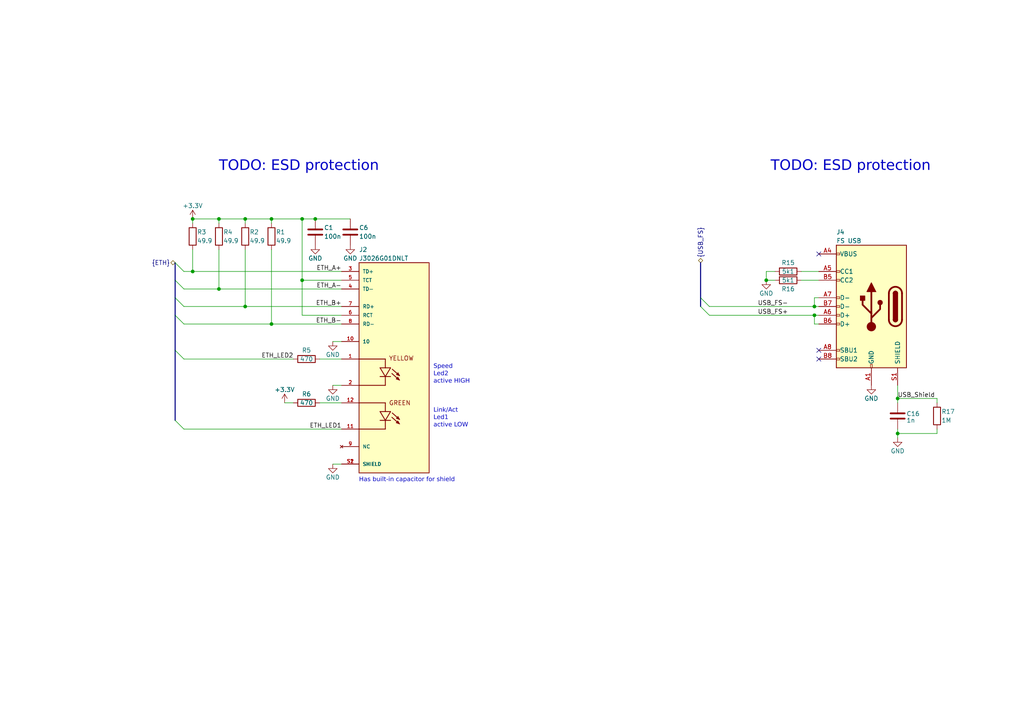
<source format=kicad_sch>
(kicad_sch (version 20230121) (generator eeschema)
  (paper "A4")
  (lib_symbols
    (symbol "Connector:USB_C_Receptacle_USB2.0" (pin_names (offset 1.016))
      (property "Reference" "J" (at -10.16 19.05 0))
      (property "Value" "USB_C_Receptacle_USB2.0" (at 19.05 19.05 0))
      (symbol "USB_C_Receptacle_USB2.0_0_0"
        (rectangle (start -0.254 -17.78) (end 0.254 -16.764))
        (rectangle (start 10.16 -14.986) (end 9.144 -15.494))
        (rectangle (start 10.16 -12.446) (end 9.144 -12.954))
        (rectangle (start 10.16 -4.826) (end 9.144 -5.334))
        (rectangle (start 10.16 -2.286) (end 9.144 -2.794))
        (rectangle (start 10.16 0.254) (end 9.144 -0.254))
        (rectangle (start 10.16 2.794) (end 9.144 2.286))
        (rectangle (start 10.16 7.874) (end 9.144 7.366))
        (rectangle (start 10.16 10.414) (end 9.144 9.906))
        (rectangle (start 10.16 15.494) (end 9.144 14.986))
      )
      (symbol "USB_C_Receptacle_USB2.0_0_1"
        (rectangle (start -10.16 17.78) (end 10.16 -17.78) (stroke (width 0.254)) (fill (type background)))
        (arc (start -8.89 -3.81) (mid -6.985 -5.7067) (end -5.08 -3.81) (stroke (width 0.508)))
        (arc (start -7.62 -3.81) (mid -6.985 -4.4423) (end -6.35 -3.81) (stroke (width 0.254)))
        (arc (start -7.62 -3.81) (mid -6.985 -4.4423) (end -6.35 -3.81) (stroke (width 0.254)) (fill (type outline)))
        (rectangle (start -7.62 -3.81) (end -6.35 3.81) (stroke (width 0.254)) (fill (type outline)))
        (arc (start -6.35 3.81) (mid -6.985 4.4423) (end -7.62 3.81) (stroke (width 0.254)))
        (arc (start -6.35 3.81) (mid -6.985 4.4423) (end -7.62 3.81) (stroke (width 0.254)) (fill (type outline)))
        (arc (start -5.08 3.81) (mid -6.985 5.7067) (end -8.89 3.81) (stroke (width 0.508)))
        (circle (center -2.54 1.143) (radius 0.635) (stroke (width 0.254)) (fill (type outline)))
        (circle (center 0 -5.842) (radius 1.27) (fill (type outline)))
        (polyline (pts (xy -8.89 -3.81) (xy -8.89 3.81)) (stroke (width 0.508)))
        (polyline (pts (xy -5.08 3.81) (xy -5.08 -3.81)) (stroke (width 0.508)))
        (polyline (pts (xy 0 -5.842) (xy 0 4.318)) (stroke (width 0.508)))
        (polyline (pts (xy 0 -3.302) (xy -2.54 -0.762) (xy -2.54 0.508)) (stroke (width 0.508)))
        (polyline (pts (xy 0 -2.032) (xy 2.54 0.508) (xy 2.54 1.778)) (stroke (width 0.508)))
        (polyline (pts (xy -1.27 4.318) (xy 0 6.858) (xy 1.27 4.318) (xy -1.27 4.318)) (stroke (width 0.254)) (fill (type outline)))
        (rectangle (start 1.905 1.778) (end 3.175 3.048) (stroke (width 0.254)) (fill (type outline)))
      )
      (symbol "USB_C_Receptacle_USB2.0_1_1"
        (pin passive line (at 0 -22.86 90) (length 5.08) (name "GND") (number "A1"))
        (pin passive line (at 0 -22.86 90) (length 5.08) hide (name "GND") (number "A12"))
        (pin passive line (at 15.24 15.24 180) (length 5.08) (name "VBUS") (number "A4"))
        (pin bidirectional line (at 15.24 10.16 180) (length 5.08) (name "CC1") (number "A5"))
        (pin bidirectional line (at 15.24 -2.54 180) (length 5.08) (name "D+") (number "A6"))
        (pin bidirectional line (at 15.24 2.54 180) (length 5.08) (name "D-") (number "A7"))
        (pin bidirectional line (at 15.24 -12.7 180) (length 5.08) (name "SBU1") (number "A8"))
        (pin passive line (at 15.24 15.24 180) (length 5.08) hide (name "VBUS") (number "A9"))
        (pin passive line (at 0 -22.86 90) (length 5.08) hide (name "GND") (number "B1"))
        (pin passive line (at 0 -22.86 90) (length 5.08) hide (name "GND") (number "B12"))
        (pin passive line (at 15.24 15.24 180) (length 5.08) hide (name "VBUS") (number "B4"))
        (pin bidirectional line (at 15.24 7.62 180) (length 5.08) (name "CC2") (number "B5"))
        (pin bidirectional line (at 15.24 -5.08 180) (length 5.08) (name "D+") (number "B6"))
        (pin bidirectional line (at 15.24 0 180) (length 5.08) (name "D-") (number "B7"))
        (pin bidirectional line (at 15.24 -15.24 180) (length 5.08) (name "SBU2") (number "B8"))
        (pin passive line (at 15.24 15.24 180) (length 5.08) hide (name "VBUS") (number "B9"))
        (pin passive line (at -7.62 -22.86 90) (length 5.08) (name "SHIELD") (number "S1"))
      )
    )
    (symbol "Device:C" (pin_numbers hide) (pin_names (offset 0.254))
      (property "Reference" "C" (at 0.635 2.54 0))
      (property "Value" "C" (at 0.635 -2.54 0))
      (symbol "C_0_1"
        (polyline (pts (xy -2.032 -0.762) (xy 2.032 -0.762)) (stroke (width 0.508)))
        (polyline (pts (xy -2.032 0.762) (xy 2.032 0.762)) (stroke (width 0.508)))
      )
      (symbol "C_1_1"
        (pin passive line (at 0 3.81 270) (length 2.794) (name "~") (number "1"))
        (pin passive line (at 0 -3.81 90) (length 2.794) (name "~") (number "2"))
      )
    )
    (symbol "Device:R" (pin_numbers hide) (pin_names (offset 0))
      (property "Reference" "R" (at 2.032 0 90))
      (property "Value" "R" (at 0 0 90))
      (symbol "R_0_1"
        (rectangle (start -1.016 -2.54) (end 1.016 2.54) (stroke (width 0.254)))
      )
      (symbol "R_1_1"
        (pin passive line (at 0 3.81 270) (length 1.27) (name "~") (number "1"))
        (pin passive line (at 0 -3.81 90) (length 1.27) (name "~") (number "2"))
      )
    )
    (symbol "J3026G01DNLT:J3026G01DNLT" (pin_names (offset 1.016))
      (property "Reference" "J" (at -10.16 31.242 0))
      (property "Value" "J3026G01DNLT" (at -10.16 -33.02 0))
      (symbol "J3026G01DNLT_0_0"
        (rectangle (start -10.16 -30.48) (end 10.16 30.48) (stroke (width 0.254)) (fill (type background)))
        (polyline (pts (xy -10.16 -17.78) (xy -2.54 -17.78)) (stroke (width 0.254)))
        (polyline (pts (xy -10.16 -10.16) (xy -2.54 -10.16)) (stroke (width 0.254)))
        (polyline (pts (xy -10.16 -5.08) (xy -2.54 -5.08)) (stroke (width 0.254)))
        (polyline (pts (xy -4.064 -12.7) (xy -2.54 -15.24)) (stroke (width 0.254)))
        (polyline (pts (xy -4.064 0) (xy -2.54 -2.54)) (stroke (width 0.254)))
        (polyline (pts (xy -2.54 -15.24) (xy -4.064 -15.24)) (stroke (width 0.254)))
        (polyline (pts (xy -2.54 -15.24) (xy -2.54 -17.78)) (stroke (width 0.254)))
        (polyline (pts (xy -2.54 -15.24) (xy -1.016 -12.7)) (stroke (width 0.254)))
        (polyline (pts (xy -2.54 -12.7) (xy -4.064 -12.7)) (stroke (width 0.254)))
        (polyline (pts (xy -2.54 -10.16) (xy -2.54 -12.7)) (stroke (width 0.254)))
        (polyline (pts (xy -2.54 -2.54) (xy -4.064 -2.54)) (stroke (width 0.254)))
        (polyline (pts (xy -2.54 -2.54) (xy -2.54 -5.08)) (stroke (width 0.254)))
        (polyline (pts (xy -2.54 -2.54) (xy -1.016 0)) (stroke (width 0.254)))
        (polyline (pts (xy -2.54 0) (xy -4.064 0)) (stroke (width 0.254)))
        (polyline (pts (xy -2.54 2.54) (xy -10.16 2.54)) (stroke (width 0.254)))
        (polyline (pts (xy -2.54 2.54) (xy -2.54 0)) (stroke (width 0.254)))
        (polyline (pts (xy -1.016 -15.24) (xy -2.54 -15.24)) (stroke (width 0.254)))
        (polyline (pts (xy -1.016 -12.7) (xy -2.54 -12.7)) (stroke (width 0.254)))
        (polyline (pts (xy -1.016 -2.54) (xy -2.54 -2.54)) (stroke (width 0.254)))
        (polyline (pts (xy -1.016 0) (xy -2.54 0)) (stroke (width 0.254)))
        (polyline (pts (xy 1.397 -16.129) (xy -0.635 -14.351)) (stroke (width 0.254)))
        (polyline (pts (xy 1.397 -3.429) (xy -0.635 -1.651)) (stroke (width 0.254)))
        (polyline (pts (xy 1.4986 -14.8844) (xy -0.5334 -13.1064)) (stroke (width 0.254)))
        (polyline (pts (xy 1.4986 -2.1844) (xy -0.5334 -0.4064)) (stroke (width 0.254)))
        (polyline (pts (xy 1.0795 -15.367) (xy 0.5715 -15.9385) (xy 1.651 -16.3195) (xy 1.0795 -15.367)) (stroke (width 0.1524)) (fill (type outline)))
        (polyline (pts (xy 1.0795 -2.667) (xy 0.5715 -3.2385) (xy 1.651 -3.6195) (xy 1.0795 -2.667)) (stroke (width 0.1524)) (fill (type outline)))
        (polyline (pts (xy 1.143 -14.097) (xy 0.635 -14.6685) (xy 1.651 -15.0495) (xy 1.143 -14.097)) (stroke (width 0.1524)) (fill (type outline)))
        (polyline (pts (xy 1.143 -1.397) (xy 0.635 -1.9685) (xy 1.651 -2.3495) (xy 1.143 -1.397)) (stroke (width 0.1524)) (fill (type outline)))
        (text "GREEN" (at -1.524 -10.922 0) (effects (font (size 1.27 1.27)) (justify left bottom)))
        (text "YELLOW" (at -1.524 2.032 0) (effects (font (size 1.27 1.27)) (justify left bottom)))
        (pin passive line (at -15.24 2.54 0) (length 5.08) (name "~") (number "1"))
        (pin passive line (at -15.24 7.62 0) (length 5.08) (name "10") (number "10"))
        (pin passive line (at -15.24 -17.78 0) (length 5.08) (name "~") (number "11"))
        (pin passive line (at -15.24 -10.16 0) (length 5.08) (name "~") (number "12"))
        (pin passive line (at -15.24 -5.08 0) (length 5.08) (name "~") (number "2"))
        (pin passive line (at -15.24 27.94 0) (length 5.08) (name "TD+") (number "3"))
        (pin passive line (at -15.24 22.86 0) (length 5.08) (name "TD-") (number "4"))
        (pin passive line (at -15.24 25.4 0) (length 5.08) (name "TCT") (number "5"))
        (pin passive line (at -15.24 15.24 0) (length 5.08) (name "RCT") (number "6"))
        (pin passive line (at -15.24 17.78 0) (length 5.08) (name "RD+") (number "7"))
        (pin passive line (at -15.24 12.7 0) (length 5.08) (name "RD-") (number "8"))
        (pin no_connect line (at -15.24 -22.86 0) (length 5.08) (name "NC") (number "9"))
        (pin passive line (at -15.24 -27.94 0) (length 5.08) (name "SHIELD") (number "S1"))
        (pin passive line (at -15.24 -27.94 0) (length 5.08) (name "SHIELD") (number "S2"))
      )
    )
    (symbol "power:+3.3V" (power) (pin_names (offset 0))
      (property "Value" "+3.3V" (at 0 3.556 0))
      (symbol "+3.3V_0_1"
        (polyline (pts (xy -0.762 1.27) (xy 0 2.54)))
        (polyline (pts (xy 0 0) (xy 0 2.54)))
        (polyline (pts (xy 0 2.54) (xy 0.762 1.27)))
      )
      (symbol "+3.3V_1_1"
        (pin power_in line (at 0 0 90) (length 0) hide (name "+3.3V") (number "1"))
      )
    )
    (symbol "power:GND" (power) (pin_names (offset 0))
      (property "Value" "GND" (at 0 -3.81 0))
      (symbol "GND_0_1"
        (polyline (pts (xy 0 0) (xy 0 -1.27) (xy 1.27 -1.27) (xy 0 -2.54) (xy -1.27 -1.27) (xy 0 -1.27)))
      )
      (symbol "GND_1_1"
        (pin power_in line (at 0 0 270) (length 0) hide (name "GND") (number "1"))
      )
    )
  )
  (junction (at 55.88 63.5))
  (junction (at 236.22 88.9))
  (junction (at 71.12 88.9))
  (junction (at 236.22 91.44))
  (junction (at 55.88 78.74))
  (junction (at 71.12 63.5))
  (junction (at 91.44 63.5))
  (junction (at 87.63 63.5))
  (junction (at 78.74 93.98))
  (junction (at 63.5 83.82))
  (junction (at 63.5 63.5))
  (junction (at 87.63 81.28))
  (junction (at 260.35 125.73))
  (junction (at 222.25 81.28))
  (junction (at 78.74 63.5))
  (junction (at 260.35 115.57))
  (no_connect (at 237.49 104.14))
  (no_connect (at 237.49 73.66))
  (no_connect (at 237.49 101.6))
  (bus_entry (at 50.8 76.2) (size 2.54 2.54))
  (bus_entry (at 50.8 121.92) (size 2.54 2.54))
  (bus_entry (at 50.8 81.28) (size 2.54 2.54))
  (bus_entry (at 50.8 86.36) (size 2.54 2.54))
  (bus_entry (at 50.8 91.44) (size 2.54 2.54))
  (bus_entry (at 203.2 88.9) (size 2.54 2.54))
  (bus_entry (at 203.2 86.36) (size 2.54 2.54))
  (bus_entry (at 50.8 101.6) (size 2.54 2.54))
  (wire (pts (xy 232.41 81.28) (xy 237.49 81.28)))
  (wire (pts (xy 53.34 93.98) (xy 78.74 93.98)))
  (wire (pts (xy 55.88 64.77) (xy 55.88 63.5)))
  (wire (pts (xy 205.74 91.44) (xy 236.22 91.44)))
  (wire (pts (xy 71.12 63.5) (xy 71.12 64.77)))
  (wire (pts (xy 96.52 99.06) (xy 99.06 99.06)))
  (bus (pts (xy 203.2 86.36) (xy 203.2 88.9)))
  (wire (pts (xy 55.88 78.74) (xy 99.06 78.74)))
  (wire (pts (xy 91.44 63.5) (xy 101.6 63.5)))
  (wire (pts (xy 53.34 124.46) (xy 99.06 124.46)))
  (bus (pts (xy 50.8 86.36) (xy 50.8 91.44)))
  (wire (pts (xy 53.34 83.82) (xy 63.5 83.82)))
  (wire (pts (xy 55.88 72.39) (xy 55.88 78.74)))
  (wire (pts (xy 71.12 88.9) (xy 99.06 88.9)))
  (wire (pts (xy 237.49 86.36) (xy 236.22 86.36)))
  (wire (pts (xy 92.71 116.84) (xy 99.06 116.84)))
  (wire (pts (xy 63.5 63.5) (xy 63.5 64.77)))
  (wire (pts (xy 53.34 88.9) (xy 71.12 88.9)))
  (bus (pts (xy 50.8 81.28) (xy 50.8 86.36)))
  (wire (pts (xy 87.63 81.28) (xy 87.63 63.5)))
  (wire (pts (xy 71.12 63.5) (xy 78.74 63.5)))
  (wire (pts (xy 237.49 93.98) (xy 236.22 93.98)))
  (wire (pts (xy 260.35 125.73) (xy 260.35 127)))
  (wire (pts (xy 87.63 63.5) (xy 78.74 63.5)))
  (wire (pts (xy 87.63 81.28) (xy 99.06 81.28)))
  (wire (pts (xy 271.78 116.84) (xy 271.78 115.57)))
  (wire (pts (xy 53.34 78.74) (xy 55.88 78.74)))
  (wire (pts (xy 222.25 78.74) (xy 222.25 81.28)))
  (wire (pts (xy 63.5 83.82) (xy 99.06 83.82)))
  (wire (pts (xy 96.52 134.62) (xy 99.06 134.62)))
  (wire (pts (xy 82.55 116.84) (xy 85.09 116.84)))
  (wire (pts (xy 271.78 115.57) (xy 260.35 115.57)))
  (wire (pts (xy 71.12 72.39) (xy 71.12 88.9)))
  (bus (pts (xy 50.8 91.44) (xy 50.8 101.6)))
  (wire (pts (xy 236.22 93.98) (xy 236.22 91.44)))
  (wire (pts (xy 260.35 125.73) (xy 271.78 125.73)))
  (wire (pts (xy 87.63 91.44) (xy 99.06 91.44)))
  (wire (pts (xy 224.79 78.74) (xy 222.25 78.74)))
  (wire (pts (xy 87.63 63.5) (xy 91.44 63.5)))
  (wire (pts (xy 78.74 72.39) (xy 78.74 93.98)))
  (wire (pts (xy 78.74 63.5) (xy 78.74 64.77)))
  (wire (pts (xy 271.78 124.46) (xy 271.78 125.73)))
  (wire (pts (xy 78.74 93.98) (xy 99.06 93.98)))
  (wire (pts (xy 92.71 104.14) (xy 99.06 104.14)))
  (wire (pts (xy 55.88 63.5) (xy 63.5 63.5)))
  (bus (pts (xy 50.8 101.6) (xy 50.8 121.92)))
  (wire (pts (xy 236.22 91.44) (xy 237.49 91.44)))
  (wire (pts (xy 236.22 88.9) (xy 237.49 88.9)))
  (wire (pts (xy 260.35 124.46) (xy 260.35 125.73)))
  (wire (pts (xy 87.63 91.44) (xy 87.63 81.28)))
  (bus (pts (xy 203.2 76.2) (xy 203.2 86.36)))
  (wire (pts (xy 96.52 111.76) (xy 99.06 111.76)))
  (wire (pts (xy 63.5 72.39) (xy 63.5 83.82)))
  (wire (pts (xy 222.25 81.28) (xy 224.79 81.28)))
  (bus (pts (xy 50.8 76.2) (xy 50.8 81.28)))
  (wire (pts (xy 232.41 78.74) (xy 237.49 78.74)))
  (wire (pts (xy 63.5 63.5) (xy 71.12 63.5)))
  (wire (pts (xy 260.35 111.76) (xy 260.35 115.57)))
  (wire (pts (xy 260.35 115.57) (xy 260.35 116.84)))
  (wire (pts (xy 53.34 104.14) (xy 85.09 104.14)))
  (wire (pts (xy 205.74 88.9) (xy 236.22 88.9)))
  (wire (pts (xy 236.22 86.36) (xy 236.22 88.9)))
  (text "Has built-in capacitor for shield" (at 104.14 140.335 0) (effects (font (size 1.27 1.27)) (justify left bottom)))
  (text "TODO: ESD protection" (at 223.52 50.8 0) (effects (font (size 3 3)) (justify left bottom)))
  (text "Speed\nLed2\nactive HIGH" (at 125.73 111.76 0) (effects (font (size 1.27 1.27)) (justify left bottom)))
  (text "TODO: ESD protection" (at 63.5 50.8 0) (effects (font (size 3 3)) (justify left bottom)))
  (text "Link/Act\nLed1\nactive LOW" (at 125.73 124.46 0) (effects (font (size 1.27 1.27)) (justify left bottom)))
  (label "USB_FS-" (at 228.6 88.9 180))
  (label "ETH_LED1" (at 99.06 124.46 180))
  (label "ETH_A+" (at 99.06 78.74 180))
  (label "USB_FS+" (at 228.6 91.44 180))
  (label "ETH_B+" (at 99.06 88.9 180))
  (label "ETH_B-" (at 99.06 93.98 180))
  (label "ETH_LED2" (at 85.09 104.14 180))
  (label "ETH_A-" (at 99.06 83.82 180))
  (label "USB_Shield" (at 260.35 115.57 0))
  (hierarchical_label "{USB_FS}" (shape bidirectional) (at 203.2 76.2 90))
  (hierarchical_label "{ETH}" (shape bidirectional) (at 50.8 76.2 180))
  (symbol (lib_id "Device:R") (at 88.9 116.84 90) (unit 1)
    (property "Reference" "R6" (at 88.9 114.3 90))
    (property "Value" "470" (at 88.9 116.84 90))
    (property "Footprint" "Resistor_SMD:R_0603_1608Metric" (effects hide))
  )
  (symbol (lib_id "power:GND") (at 101.6 71.12 0) (unit 1)
    (property "Reference" "#PWR025" (effects hide))
    (property "Value" "GND" (at 101.6 74.93 0))
  )
  (symbol (lib_id "power:GND") (at 96.52 99.06 0) (unit 1)
    (property "Reference" "#PWR06" (effects hide))
    (property "Value" "GND" (at 96.52 102.87 0))
    (instances (project "radartof-hardware" (path "" (reference "#PWR06") (unit 1)) (path "" (reference "#PWR09") (unit 1))))
  )
  (symbol (lib_id "power:GND") (at 222.25 81.28 0) (unit 1)
    (property "Reference" "#PWR026" (effects hide))
    (property "Value" "GND" (at 222.25 85.09 0))
    (instances (project "radartof-hardware" (path "" (reference "#PWR026") (unit 1)) (path "" (reference "#PWR058") (unit 1))))
  )
  (symbol (lib_id "Device:R") (at 71.12 68.58 0) (unit 1)
    (property "Reference" "R2" (at 72.39 67.31 0) (effects (justify left)))
    (property "Value" "49.9" (at 72.39 69.85 0) (effects (justify left)))
    (property "Footprint" "Resistor_SMD:R_0603_1608Metric" (effects hide))
    (instances (project "radartof-hardware" (path "" (reference "R2") (unit 1)) (path "" (reference "R3") (unit 1))))
  )
  (symbol (lib_id "Device:R") (at 228.6 78.74 90) (unit 1)
    (property "Reference" "R15" (at 228.6 76.2 90))
    (property "Value" "5k1" (at 228.6 78.74 90))
  )
  (symbol (lib_id "Device:R") (at 271.78 120.65 0) (unit 1)
    (property "Reference" "R17" (at 273.05 119.38 0) (effects (justify left)))
    (property "Value" "1M" (at 273.05 121.92 0) (effects (justify left)))
  )
  (symbol (lib_id "power:+3.3V") (at 55.88 63.5 0) (unit 1)
    (property "Reference" "#PWR07" (effects hide))
    (property "Value" "+3.3V" (at 55.88 59.69 0))
    (instances (project "radartof-hardware" (path "" (reference "#PWR07") (unit 1)) (path "" (reference "#PWR06") (unit 1))))
  )
  (symbol (lib_id "Device:R") (at 78.74 68.58 0) (unit 1)
    (property "Reference" "R1" (at 80.01 67.31 0) (effects (justify left)))
    (property "Value" "49.9" (at 80.01 69.85 0) (effects (justify left)))
    (property "Footprint" "Resistor_SMD:R_0603_1608Metric" (effects hide))
    (instances (project "radartof-hardware" (path "" (reference "R1") (unit 1)) (path "" (reference "R4") (unit 1))))
  )
  (symbol (lib_id "power:GND") (at 260.35 127 0) (unit 1)
    (property "Reference" "#PWR026" (effects hide))
    (property "Value" "GND" (at 260.35 130.81 0))
    (instances (project "radartof-hardware" (path "" (reference "#PWR026") (unit 1)) (path "" (reference "#PWR060") (unit 1))))
  )
  (symbol (lib_id "power:+3.3V") (at 82.55 116.84 0) (unit 1)
    (property "Reference" "#PWR010" (effects hide))
    (property "Value" "+3.3V" (at 82.55 113.03 0))
    (instances (project "radartof-hardware" (path "" (reference "#PWR010") (unit 1)) (path "" (reference "#PWR07") (unit 1))))
  )
  (symbol (lib_id "Device:R") (at 63.5 68.58 0) (unit 1)
    (property "Reference" "R4" (at 64.77 67.31 0) (effects (justify left)))
    (property "Value" "49.9" (at 64.77 69.85 0) (effects (justify left)))
    (property "Footprint" "Resistor_SMD:R_0603_1608Metric" (effects hide))
    (instances (project "radartof-hardware" (path "" (reference "R4") (unit 1)) (path "" (reference "R2") (unit 1))))
  )
  (symbol (lib_id "J3026G01DNLT:J3026G01DNLT") (at 114.3 106.68 0) (unit 1)
    (property "Reference" "J2" (at 104.14 72.39 0) (effects (justify left)))
    (property "Value" "J3026G01DNLT" (at 104.14 74.93 0) (effects (justify left)))
    (property "Footprint" "J3026G01DNLT:PE_J3026G01DNLT" (effects hide))
    (property "MANUFACTURER" "Pulse Electronics" (effects hide))
    (property "PARTREV" "J409.O" (effects hide))
    (property "STANDARD" "Manufacturer Recommendations" (effects hide))
    (property "MAXIMUM_PACKAGE_HEIGHT" "13.86 mm" (effects hide))
    (instances (project "radartof-hardware" (path "" (reference "J2") (unit 1)) (path "" (reference "J4") (unit 1))))
  )
  (symbol (lib_id "Device:R") (at 88.9 104.14 90) (unit 1)
    (property "Reference" "R5" (at 88.9 101.6 90))
    (property "Value" "470" (at 88.9 104.14 90))
    (property "Footprint" "Resistor_SMD:R_0603_1608Metric" (effects hide))
  )
  (symbol (lib_id "Device:C") (at 260.35 120.65 0) (unit 1)
    (property "Reference" "C16" (at 262.89 120.015 0) (effects (justify left)))
    (property "Value" "1n" (at 262.89 121.92 0) (effects (justify left)))
  )
  (symbol (lib_id "power:GND") (at 252.73 111.76 0) (unit 1)
    (property "Reference" "#PWR026" (effects hide))
    (property "Value" "GND" (at 252.73 115.57 0))
  )
  (symbol (lib_id "Device:R") (at 55.88 68.58 0) (unit 1)
    (property "Reference" "R3" (at 57.15 67.31 0) (effects (justify left)))
    (property "Value" "49.9" (at 57.15 69.85 0) (effects (justify left)))
    (property "Footprint" "Resistor_SMD:R_0603_1608Metric" (effects hide))
    (instances (project "radartof-hardware" (path "" (reference "R3") (unit 1)) (path "" (reference "R1") (unit 1))))
  )
  (symbol (lib_id "power:GND") (at 96.52 134.62 0) (unit 1)
    (property "Reference" "#PWR011" (effects hide))
    (property "Value" "GND" (at 96.52 138.43 0))
  )
  (symbol (lib_id "Device:C") (at 91.44 67.31 0) (unit 1)
    (property "Reference" "C1" (at 93.98 66.04 0) (effects (justify left)))
    (property "Value" "100n" (at 93.98 68.58 0) (effects (justify left)))
    (property "Footprint" "Capacitor_SMD:C_0603_1608Metric" (effects hide))
  )
  (symbol (lib_id "power:GND") (at 96.52 111.76 0) (unit 1)
    (property "Reference" "#PWR09" (effects hide))
    (property "Value" "GND" (at 96.52 115.57 0))
    (instances (project "radartof-hardware" (path "" (reference "#PWR09") (unit 1)) (path "" (reference "#PWR010") (unit 1))))
  )
  (symbol (lib_id "Connector:USB_C_Receptacle_USB2.0") (at 252.73 88.9 0) (mirror y) (unit 1)
    (property "Reference" "J4" (at 242.57 67.31 0) (effects (justify right)))
    (property "Value" "FS USB" (at 242.57 69.85 0) (effects (justify right)))
    (property "Datasheet" "https://www.usb.org/sites/default/files/documents/usb_type-c.zip" (effects hide))
    (instances (project "radartof-hardware" (path "" (reference "J4") (unit 1)) (path "" (reference "J2") (unit 1))))
  )
  (symbol (lib_id "Device:C") (at 101.6 67.31 0) (unit 1)
    (property "Reference" "C6" (at 104.14 66.04 0) (effects (justify left)))
    (property "Value" "100n" (at 104.14 68.58 0) (effects (justify left)))
    (property "Footprint" "Capacitor_SMD:C_0603_1608Metric" (effects hide))
  )
  (symbol (lib_id "Device:R") (at 228.6 81.28 90) (mirror x) (unit 1)
    (property "Reference" "R16" (at 228.6 83.82 90))
    (property "Value" "5k1" (at 228.6 81.28 90))
  )
  (symbol (lib_id "power:GND") (at 91.44 71.12 0) (unit 1)
    (property "Reference" "#PWR08" (effects hide))
    (property "Value" "GND" (at 91.44 74.93 0))
  )
)
</source>
